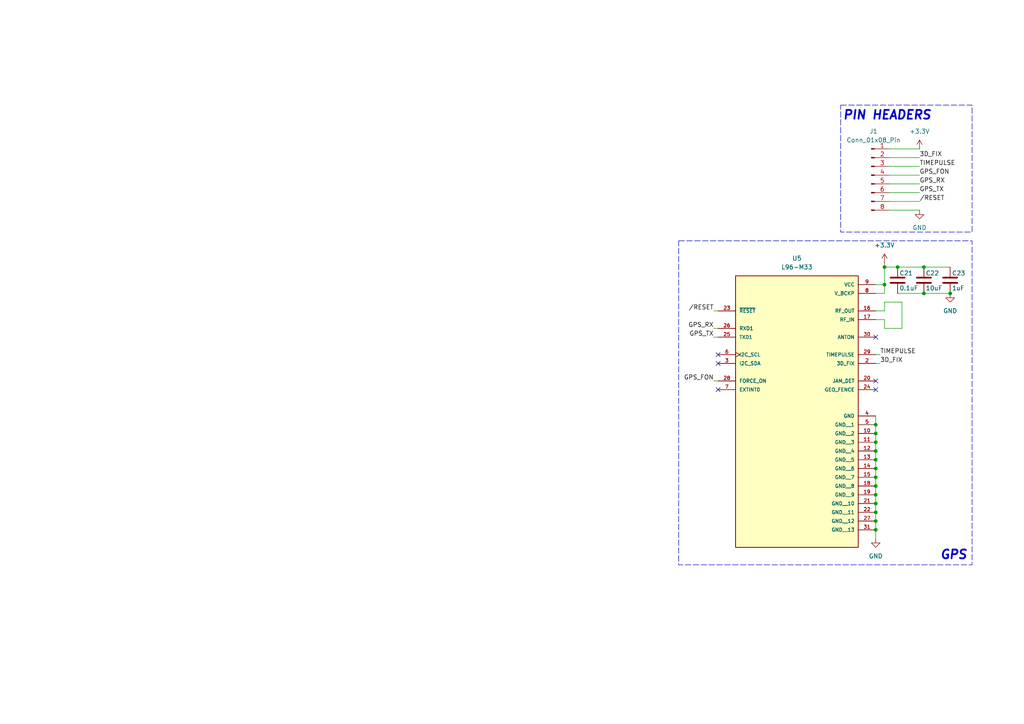
<source format=kicad_sch>
(kicad_sch (version 20250114) (generator "eeschema") (generator_version "9.0")
  (paper "A4")
  (lib_symbols
    (symbol "Connector:Conn_01x08_Pin" (pin_names (offset 1.016) (hide yes))
      (property "Reference" "J" (at 0 10.16 0))
      (property "Value" "Conn_01x08_Pin" (at 0 -12.7 0))
      (symbol "Conn_01x08_Pin_1_1"
        (rectangle (start 0.8636 7.747) (end 0 7.493) (stroke (width 0.1524)) (fill (type outline)))
        (rectangle (start 0.8636 5.207) (end 0 4.953) (stroke (width 0.1524)) (fill (type outline)))
        (rectangle (start 0.8636 2.667) (end 0 2.413) (stroke (width 0.1524)) (fill (type outline)))
        (rectangle (start 0.8636 0.127) (end 0 -0.127) (stroke (width 0.1524)) (fill (type outline)))
        (rectangle (start 0.8636 -2.413) (end 0 -2.667) (stroke (width 0.1524)) (fill (type outline)))
        (rectangle (start 0.8636 -4.953) (end 0 -5.207) (stroke (width 0.1524)) (fill (type outline)))
        (rectangle (start 0.8636 -7.493) (end 0 -7.747) (stroke (width 0.1524)) (fill (type outline)))
        (rectangle (start 0.8636 -10.033) (end 0 -10.287) (stroke (width 0.1524)) (fill (type outline)))
        (polyline (pts (xy 1.27 7.62) (xy 0.8636 7.62)) (stroke (width 0.1524)))
        (polyline (pts (xy 1.27 5.08) (xy 0.8636 5.08)) (stroke (width 0.1524)))
        (polyline (pts (xy 1.27 2.54) (xy 0.8636 2.54)) (stroke (width 0.1524)))
        (polyline (pts (xy 1.27 0) (xy 0.8636 0)) (stroke (width 0.1524)))
        (polyline (pts (xy 1.27 -2.54) (xy 0.8636 -2.54)) (stroke (width 0.1524)))
        (polyline (pts (xy 1.27 -5.08) (xy 0.8636 -5.08)) (stroke (width 0.1524)))
        (polyline (pts (xy 1.27 -7.62) (xy 0.8636 -7.62)) (stroke (width 0.1524)))
        (polyline (pts (xy 1.27 -10.16) (xy 0.8636 -10.16)) (stroke (width 0.1524)))
        (pin passive line (at 5.08 7.62 180) (length 3.81) (name "Pin_1") (number "1"))
        (pin passive line (at 5.08 5.08 180) (length 3.81) (name "Pin_2") (number "2"))
        (pin passive line (at 5.08 2.54 180) (length 3.81) (name "Pin_3") (number "3"))
        (pin passive line (at 5.08 0 180) (length 3.81) (name "Pin_4") (number "4"))
        (pin passive line (at 5.08 -2.54 180) (length 3.81) (name "Pin_5") (number "5"))
        (pin passive line (at 5.08 -5.08 180) (length 3.81) (name "Pin_6") (number "6"))
        (pin passive line (at 5.08 -7.62 180) (length 3.81) (name "Pin_7") (number "7"))
        (pin passive line (at 5.08 -10.16 180) (length 3.81) (name "Pin_8") (number "8"))
      )
    )
    (symbol "Device:C" (pin_numbers (hide yes)) (pin_names (offset 0.254))
      (property "Reference" "C" (at 0.635 2.54 0))
      (property "Value" "C" (at 0.635 -2.54 0))
      (symbol "C_0_1"
        (polyline (pts (xy -2.032 0.762) (xy 2.032 0.762)) (stroke (width 0.508)))
        (polyline (pts (xy -2.032 -0.762) (xy 2.032 -0.762)) (stroke (width 0.508)))
      )
      (symbol "C_1_1"
        (pin passive line (at 0 3.81 270) (length 2.794) (name "~") (number "1"))
        (pin passive line (at 0 -3.81 90) (length 2.794) (name "~") (number "2"))
      )
    )
    (symbol "ImportsLibrary:L96-M33" (pin_names (offset 1.016))
      (property "Reference" "U" (at -17.8097 23.4036 0))
      (property "Value" "L96-M33" (at -17.7967 -58.445 0))
      (symbol "L96-M33_0_0"
        (rectangle (start -17.78 -55.88) (end 17.78 22.86) (stroke (width 0.254)) (fill (type background)))
        (pin input line (at -22.86 12.7 0) (length 5.08) (name "~{RESET}") (number "23"))
        (pin input line (at -22.86 7.62 0) (length 5.08) (name "RXD1") (number "26"))
        (pin output line (at -22.86 5.08 0) (length 5.08) (name "TXD1") (number "25"))
        (pin bidirectional clock (at -22.86 0 0) (length 5.08) (name "I2C_SCL") (number "6"))
        (pin bidirectional line (at -22.86 -2.54 0) (length 5.08) (name "I2C_SDA") (number "3"))
        (pin input line (at -22.86 -7.62 0) (length 5.08) (name "FORCE_ON") (number "28"))
        (pin input line (at -22.86 -10.16 0) (length 5.08) (name "EXTINT0") (number "7"))
        (pin power_in line (at 22.86 20.32 180) (length 5.08) (name "VCC") (number "9"))
        (pin power_in line (at 22.86 17.78 180) (length 5.08) (name "V_BCKP") (number "8"))
        (pin output line (at 22.86 12.7 180) (length 5.08) (name "RF_OUT") (number "16"))
        (pin input line (at 22.86 10.16 180) (length 5.08) (name "RF_IN") (number "17"))
        (pin output line (at 22.86 5.08 180) (length 5.08) (name "ANTON") (number "30"))
        (pin output line (at 22.86 0 180) (length 5.08) (name "TIMEPULSE") (number "29"))
        (pin output line (at 22.86 -2.54 180) (length 5.08) (name "3D_FIX") (number "2"))
        (pin output line (at 22.86 -7.62 180) (length 5.08) (name "JAM_DET") (number "20"))
        (pin output line (at 22.86 -10.16 180) (length 5.08) (name "GEO_FENCE") (number "24"))
        (pin power_in line (at 22.86 -17.78 180) (length 5.08) (name "GND") (number "4"))
        (pin power_in line (at 22.86 -20.32 180) (length 5.08) (name "GND__1") (number "5"))
        (pin power_in line (at 22.86 -22.86 180) (length 5.08) (name "GND__2") (number "10"))
        (pin power_in line (at 22.86 -25.4 180) (length 5.08) (name "GND__3") (number "11"))
        (pin power_in line (at 22.86 -27.94 180) (length 5.08) (name "GND__4") (number "12"))
        (pin power_in line (at 22.86 -30.48 180) (length 5.08) (name "GND__5") (number "13"))
        (pin power_in line (at 22.86 -33.02 180) (length 5.08) (name "GND__6") (number "14"))
        (pin power_in line (at 22.86 -35.56 180) (length 5.08) (name "GND__7") (number "15"))
        (pin power_in line (at 22.86 -38.1 180) (length 5.08) (name "GND__8") (number "18"))
        (pin power_in line (at 22.86 -40.64 180) (length 5.08) (name "GND__9") (number "19"))
        (pin power_in line (at 22.86 -43.18 180) (length 5.08) (name "GND__10") (number "21"))
        (pin power_in line (at 22.86 -45.72 180) (length 5.08) (name "GND__11") (number "22"))
        (pin power_in line (at 22.86 -48.26 180) (length 5.08) (name "GND__12") (number "27"))
        (pin power_in line (at 22.86 -50.8 180) (length 5.08) (name "GND__13") (number "31"))
      )
    )
    (symbol "power:+3.3V" (power) (pin_numbers (hide yes)) (pin_names (offset 0) (hide yes))
      (property "Value" "+3.3V" (at 0 3.556 0))
      (symbol "+3.3V_0_1"
        (polyline (pts (xy -0.762 1.27) (xy 0 2.54)))
        (polyline (pts (xy 0 2.54) (xy 0.762 1.27)))
        (polyline (pts (xy 0 0) (xy 0 2.54)))
      )
      (symbol "+3.3V_1_1"
        (pin power_in line (at 0 0 90) (length 0) (name "~") (number "1"))
      )
    )
    (symbol "power:GND" (power) (pin_numbers (hide yes)) (pin_names (offset 0) (hide yes))
      (property "Value" "GND" (at 0 -3.81 0))
      (symbol "GND_0_1"
        (polyline (pts (xy 0 0) (xy 0 -1.27) (xy 1.27 -1.27) (xy 0 -2.54) (xy -1.27 -1.27) (xy 0 -1.27)))
      )
      (symbol "GND_1_1"
        (pin power_in line (at 0 0 270) (length 0) (name "~") (number "1"))
      )
    )
  )
  (rectangle (start 243.84 30.48) (end 281.94 67.31) (stroke (width 0) (type dash)))
  (rectangle (start 196.85 69.85) (end 281.94 163.83) (stroke (width 0) (type dash)))
  (text "PIN HEADERS" (at 257.302 33.528 0) (effects (font (size 2.54 2.54) (thickness 0.508) (bold yes) (italic yes))))
  (text "GPS" (at 276.606 161.036 0) (effects (font (size 2.54 2.54) (thickness 0.508) (bold yes) (italic yes))))
  (junction (at 267.97 85.09))
  (junction (at 275.59 85.09))
  (junction (at 254 128.27))
  (junction (at 267.97 77.47))
  (junction (at 254 151.13))
  (junction (at 256.54 82.55))
  (junction (at 254 123.19))
  (junction (at 254 146.05))
  (junction (at 254 153.67))
  (junction (at 254 140.97))
  (junction (at 254 138.43))
  (junction (at 254 133.35))
  (junction (at 260.35 77.47))
  (junction (at 254 143.51))
  (junction (at 254 130.81))
  (junction (at 254 148.59))
  (junction (at 254 135.89))
  (junction (at 254 125.73))
  (junction (at 256.54 77.47))
  (no_connect (at 208.28 105.41))
  (no_connect (at 254 110.49))
  (no_connect (at 208.28 113.03))
  (no_connect (at 254 97.79))
  (no_connect (at 208.28 102.87))
  (no_connect (at 254 113.03))
  (wire (pts (xy 257.81 53.34) (xy 266.7 53.34)))
  (wire (pts (xy 261.62 87.63) (xy 256.54 87.63)))
  (wire (pts (xy 207.01 90.17) (xy 208.28 90.17)))
  (wire (pts (xy 256.54 92.71) (xy 256.54 95.25)))
  (wire (pts (xy 267.97 85.09) (xy 275.59 85.09)))
  (wire (pts (xy 256.54 77.47) (xy 260.35 77.47)))
  (wire (pts (xy 254 92.71) (xy 256.54 92.71)))
  (wire (pts (xy 256.54 87.63) (xy 256.54 90.17)))
  (wire (pts (xy 254 140.97) (xy 254 143.51)))
  (wire (pts (xy 257.81 60.96) (xy 266.7 60.96)))
  (wire (pts (xy 254 148.59) (xy 254 151.13)))
  (wire (pts (xy 254 146.05) (xy 254 148.59)))
  (wire (pts (xy 255.27 105.41) (xy 254 105.41)))
  (wire (pts (xy 256.54 77.47) (xy 256.54 82.55)))
  (wire (pts (xy 256.54 82.55) (xy 256.54 85.09)))
  (wire (pts (xy 254 120.65) (xy 254 123.19)))
  (wire (pts (xy 254 135.89) (xy 254 138.43)))
  (wire (pts (xy 207.01 95.25) (xy 208.28 95.25)))
  (wire (pts (xy 254 143.51) (xy 254 146.05)))
  (wire (pts (xy 207.01 110.49) (xy 208.28 110.49)))
  (wire (pts (xy 261.62 87.63) (xy 261.62 95.25)))
  (wire (pts (xy 254 130.81) (xy 254 133.35)))
  (wire (pts (xy 257.81 45.72) (xy 266.7 45.72)))
  (wire (pts (xy 257.81 58.42) (xy 266.7 58.42)))
  (wire (pts (xy 260.35 85.09) (xy 267.97 85.09)))
  (wire (pts (xy 254 138.43) (xy 254 140.97)))
  (wire (pts (xy 257.81 48.26) (xy 266.7 48.26)))
  (wire (pts (xy 256.54 95.25) (xy 261.62 95.25)))
  (wire (pts (xy 254 123.19) (xy 254 125.73)))
  (wire (pts (xy 254 128.27) (xy 254 130.81)))
  (wire (pts (xy 256.54 76.2) (xy 256.54 77.47)))
  (wire (pts (xy 254 85.09) (xy 256.54 85.09)))
  (wire (pts (xy 257.81 43.18) (xy 266.7 43.18)))
  (wire (pts (xy 260.35 77.47) (xy 267.97 77.47)))
  (wire (pts (xy 207.01 97.79) (xy 208.28 97.79)))
  (wire (pts (xy 257.81 55.88) (xy 266.7 55.88)))
  (wire (pts (xy 254 133.35) (xy 254 135.89)))
  (wire (pts (xy 255.27 102.87) (xy 254 102.87)))
  (wire (pts (xy 257.81 50.8) (xy 266.7 50.8)))
  (wire (pts (xy 256.54 90.17) (xy 254 90.17)))
  (wire (pts (xy 254 151.13) (xy 254 153.67)))
  (wire (pts (xy 254 82.55) (xy 256.54 82.55)))
  (wire (pts (xy 254 153.67) (xy 254 156.21)))
  (wire (pts (xy 267.97 77.47) (xy 275.59 77.47)))
  (wire (pts (xy 254 125.73) (xy 254 128.27)))
  (label "{slash}RESET" (at 207.01 90.17 180))
  (label "GPS_FON" (at 266.7 50.8 0))
  (label "{slash}RESET" (at 266.7 58.42 0))
  (label "3D_FIX" (at 255.27 105.41 0))
  (label "GPS_TX" (at 266.7 55.88 0))
  (label "TIMEPULSE" (at 266.7 48.26 0))
  (label "TIMEPULSE" (at 255.27 102.87 0))
  (label "GPS_TX" (at 207.01 97.79 180))
  (label "GPS_FON" (at 207.01 110.49 180))
  (label "3D_FIX" (at 266.7 45.72 0))
  (label "GPS_RX" (at 207.01 95.25 180))
  (label "GPS_RX" (at 266.7 53.34 0))
  (symbol (lib_id "Connector:Conn_01x08_Pin") (at 252.73 50.8 0) (unit 1)
    (property "Reference" "J1" (at 253.365 38.1 0))
    (property "Value" "Conn_01x08_Pin" (at 253.365 40.64 0))
    (property "Footprint" "Connector_PinHeader_2.54mm:PinHeader_1x08_P2.54mm_Vertical" (effects (hide yes)))
    (property "Description" "Generic connector, single row, 01x08, script generated" (effects (hide yes)))
  )
  (symbol (lib_id "power:+3.3V") (at 256.54 76.2 0) (unit 1)
    (property "Reference" "#PWR031" (effects (hide yes)))
    (property "Value" "+3.3V" (at 256.54 71.12 0))
    (property "Description" "Power symbol creates a global label with name \"+3.3V\"" (effects (hide yes)))
  )
  (symbol (lib_id "power:GND") (at 275.59 85.09 0) (unit 1)
    (property "Reference" "#PWR036" (effects (hide yes)))
    (property "Value" "GND" (at 275.59 90.17 0))
    (property "Description" "Power symbol creates a global label with name \"GND\" , ground" (effects (hide yes)))
  )
  (symbol (lib_id "ImportsLibrary:L96-M33") (at 231.14 102.87 0) (unit 1)
    (property "Reference" "U5" (at 231.14 74.93 0))
    (property "Value" "L96-M33" (at 231.14 77.47 0))
    (property "Footprint" "RF_GPS:Quectel_L96" (effects (hide yes)))
    (property "Description" "L96 is a concurrent multi-GNSS receiver module with embedded chip antenna. With 33 tracking channels, 99 acquisition channels and 210 PRN channels, L96 supports concurrent reception of up to three GNSS systems _GPS+GLONASS+Galileo_" (effects (hide yes)))
    (property "MF" "Quectel Wireless Solutions Co., Ltd" (effects (hide yes)))
    (property "PACKAGE" "SOIC-8 Quectel Wireless Solutions Co., Ltd" (effects (hide yes)))
    (property "PRICE" "None" (effects (hide yes)))
    (property "MP" "L96" (effects (hide yes)))
    (property "AVAILABILITY" "Unavailable" (effects (hide yes)))
  )
  (symbol (lib_id "power:+3.3V") (at 266.7 43.18 0) (unit 1)
    (property "Reference" "#PWR01" (effects (hide yes)))
    (property "Value" "+3.3V" (at 266.7 38.1 0))
    (property "Description" "Power symbol creates a global label with name \"+3.3V\"" (effects (hide yes)))
  )
  (symbol (lib_id "Device:C") (at 275.59 81.28 0) (unit 1)
    (property "Reference" "C23" (at 276.098 79.248 0) (effects (justify left)))
    (property "Value" "1uF" (at 276.098 83.566 0) (effects (justify left)))
    (property "Footprint" "Capacitor_SMD:C_0402_1005Metric" (effects (hide yes)))
    (property "Description" "Unpolarized capacitor" (effects (hide yes)))
  )
  (symbol (lib_id "power:GND") (at 266.7 60.96 0) (unit 1)
    (property "Reference" "#PWR02" (effects (hide yes)))
    (property "Value" "GND" (at 266.7 66.04 0))
    (property "Description" "Power symbol creates a global label with name \"GND\" , ground" (effects (hide yes)))
  )
  (symbol (lib_id "Device:C") (at 267.97 81.28 0) (unit 1)
    (property "Reference" "C22" (at 268.478 79.248 0) (effects (justify left)))
    (property "Value" "10uF" (at 268.478 83.566 0) (effects (justify left)))
    (property "Footprint" "Capacitor_SMD:C_0603_1608Metric" (effects (hide yes)))
    (property "Description" "Unpolarized capacitor" (effects (hide yes)))
  )
  (symbol (lib_id "power:GND") (at 254 156.21 0) (unit 1)
    (property "Reference" "#PWR018" (effects (hide yes)))
    (property "Value" "GND" (at 254 161.29 0))
    (property "Description" "Power symbol creates a global label with name \"GND\" , ground" (effects (hide yes)))
  )
  (symbol (lib_id "Device:C") (at 260.35 81.28 0) (unit 1)
    (property "Reference" "C21" (at 260.858 79.248 0) (effects (justify left)))
    (property "Value" "0.1uF" (at 260.858 83.566 0) (effects (justify left)))
    (property "Footprint" "Capacitor_SMD:C_0402_1005Metric" (effects (hide yes)))
    (property "Description" "Unpolarized capacitor" (effects (hide yes)))
  )
)
</source>
